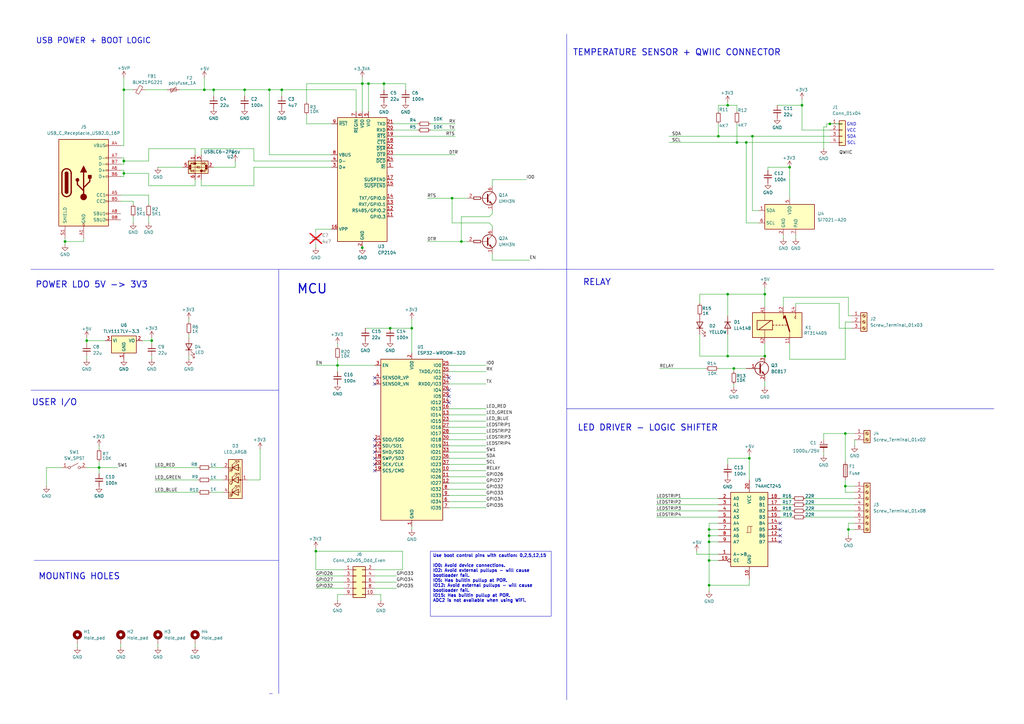
<source format=kicad_sch>
(kicad_sch (version 20231120) (generator "eeschema") (generator_version "8.0")
  (paper "A3")
  (title_block (title "ESP32-DEV") (date "2024-12-24") (rev "1.0") (company "LR Robotics") (comment 1 "Lalith_RJ"))
  (junction (at 87.63 36.83))
  (junction (at 300.99 151.13))
  (junction (at 100.33 36.83))
  (junction (at 313.69 146.05))
  (junction (at 185.42 81.28))
  (junction (at 307.34 187.96))
  (junction (at 340.36 50.8))
  (junction (at 346.71 177.8))
  (junction (at 40.64 191.77))
  (junction (at 298.45 146.05))
  (junction (at 151.13 34.29))
  (junction (at 157.48 34.29))
  (junction (at 160.02 134.62))
  (junction (at 62.23 139.7))
  (junction (at 290.83 219.71))
  (junction (at 298.45 43.18))
  (junction (at 290.83 229.87))
  (junction (at 50.8 66.04))
  (junction (at 189.23 99.06))
  (junction (at 83.82 36.83))
  (junction (at 50.8 71.12))
  (junction (at 290.83 222.25))
  (junction (at 313.69 120.65))
  (junction (at 35.56 139.7))
  (junction (at 129.54 226.06))
  (junction (at 148.59 34.29))
  (junction (at 306.07 58.42))
  (junction (at 302.26 58.42))
  (junction (at 138.43 149.86))
  (junction (at 346.71 199.39))
  (junction (at 168.91 134.62))
  (junction (at 148.59 101.6))
  (junction (at 308.61 55.88))
  (junction (at 298.45 120.65))
  (junction (at 115.57 36.83))
  (junction (at 294.64 55.88))
  (junction (at 50.8 36.83))
  (junction (at 347.98 217.17))
  (junction (at 323.85 68.58))
  (junction (at 26.67 99.06))
  (junction (at 110.49 36.83))
  (junction (at 328.93 43.18))
  (junction (at 290.83 240.03))
  (junction (at 290.83 217.17))
  (no_connect (at 153.67 187.96))
  (no_connect (at 320.04 222.25))
  (no_connect (at 320.04 214.63))
  (no_connect (at 184.15 154.94))
  (no_connect (at 153.67 154.94))
  (no_connect (at 153.67 190.5))
  (no_connect (at 184.15 165.1))
  (no_connect (at 320.04 219.71))
  (no_connect (at 184.15 162.56))
  (no_connect (at 153.67 157.48))
  (no_connect (at 320.04 217.17))
  (no_connect (at 153.67 185.42))
  (no_connect (at 184.15 160.02))
  (no_connect (at 153.67 180.34))
  (no_connect (at 153.67 193.04))
  (no_connect (at 153.67 182.88))
  (wire (pts (xy 298.45 190.5) (xy 298.45 187.96)))
  (wire (pts (xy 86.36 201.93) (xy 91.44 201.93)))
  (wire (pts (xy 290.83 219.71) (xy 294.64 219.71)))
  (wire (pts (xy 347.98 214.63) (xy 347.98 217.17)))
  (wire (pts (xy 313.69 120.65) (xy 313.69 125.73)))
  (wire (pts (xy 35.56 191.77) (xy 40.64 191.77)))
  (wire (pts (xy 184.15 193.04) (xy 199.39 193.04)))
  (wire (pts (xy 87.63 36.83) (xy 100.33 36.83)))
  (wire (pts (xy 19.05 191.77) (xy 25.4 191.77)))
  (wire (pts (xy 49.53 64.77) (xy 50.8 64.77)))
  (wire (pts (xy 189.23 88.9) (xy 200.66 88.9)))
  (wire (pts (xy 54.61 88.9) (xy 54.61 91.44)))
  (wire (pts (xy 160.02 134.62) (xy 168.91 134.62)))
  (wire (pts (xy 290.83 214.63) (xy 290.83 217.17)))
  (wire (pts (xy 294.64 55.88) (xy 308.61 55.88)))
  (wire (pts (xy 86.36 191.77) (xy 91.44 191.77)))
  (wire (pts (xy 298.45 137.16) (xy 298.45 146.05)))
  (wire (pts (xy 344.17 124.46) (xy 344.17 134.62)))
  (wire (pts (xy 314.96 68.58) (xy 323.85 68.58)))
  (wire (pts (xy 306.07 58.42) (xy 340.36 58.42)))
  (wire (pts (xy 321.31 125.73) (xy 321.31 121.92)))
  (wire (pts (xy 326.39 97.79) (xy 326.39 96.52)))
  (wire (pts (xy 50.8 59.69) (xy 49.53 59.69)))
  (wire (pts (xy 129.54 238.76) (xy 140.97 238.76)))
  (wire (pts (xy 184.15 190.5) (xy 199.39 190.5)))
  (wire (pts (xy 290.83 222.25) (xy 294.64 222.25)))
  (wire (pts (xy 298.45 43.18) (xy 302.26 43.18)))
  (wire (pts (xy 59.69 36.83) (xy 68.58 36.83)))
  (wire (pts (xy 330.2 212.09) (xy 350.52 212.09)))
  (wire (pts (xy 35.56 139.7) (xy 43.18 139.7)))
  (wire (pts (xy 77.47 138.43) (xy 77.47 137.16)))
  (wire (pts (xy 346.71 199.39) (xy 350.52 199.39)))
  (wire (pts (xy 82.55 73.66) (xy 82.55 76.2)))
  (polyline (pts (xy 222.25 110.49) (xy 407.67 110.49)))
  (polyline (pts (xy 232.41 167.64) (xy 407.67 167.64)))
  (wire (pts (xy 153.67 236.22) (xy 162.56 236.22)))
  (wire (pts (xy 175.26 99.06) (xy 189.23 99.06)))
  (wire (pts (xy 201.93 73.66) (xy 215.9 73.66)))
  (wire (pts (xy 307.34 187.96) (xy 307.34 196.85)))
  (wire (pts (xy 129.54 226.06) (xy 165.1 226.06)))
  (wire (pts (xy 49.53 80.01) (xy 60.96 80.01)))
  (wire (pts (xy 80.01 76.2) (xy 60.96 76.2)))
  (wire (pts (xy 63.5 201.93) (xy 81.28 201.93)))
  (wire (pts (xy 54.61 82.55) (xy 54.61 83.82)))
  (wire (pts (xy 49.53 69.85) (xy 50.8 69.85)))
  (wire (pts (xy 146.05 36.83) (xy 146.05 45.72)))
  (wire (pts (xy 149.86 134.62) (xy 160.02 134.62)))
  (wire (pts (xy 138.43 149.86) (xy 153.67 149.86)))
  (wire (pts (xy 63.5 196.85) (xy 81.28 196.85)))
  (wire (pts (xy 184.15 152.4) (xy 199.39 152.4)))
  (wire (pts (xy 347.98 129.54) (xy 349.25 129.54)))
  (wire (pts (xy 184.15 177.8) (xy 199.39 177.8)))
  (wire (pts (xy 129.54 101.6) (xy 129.54 100.33)))
  (wire (pts (xy 110.49 36.83) (xy 115.57 36.83)))
  (wire (pts (xy 82.55 60.96) (xy 104.14 60.96)))
  (wire (pts (xy 110.49 63.5) (xy 135.89 63.5)))
  (wire (pts (xy 153.67 233.68) (xy 165.1 233.68)))
  (wire (pts (xy 274.32 55.88) (xy 294.64 55.88)))
  (wire (pts (xy 80.01 265.43) (xy 80.01 264.16)))
  (wire (pts (xy 49.53 67.31) (xy 50.8 67.31)))
  (wire (pts (xy 320.04 204.47) (xy 325.12 204.47)))
  (wire (pts (xy 199.39 167.64) (xy 184.15 167.64)))
  (wire (pts (xy 302.26 50.8) (xy 302.26 58.42)))
  (wire (pts (xy 161.29 63.5) (xy 186.69 63.5)))
  (wire (pts (xy 64.77 265.43) (xy 64.77 264.16)))
  (wire (pts (xy 35.56 147.32) (xy 35.56 146.05)))
  (wire (pts (xy 308.61 55.88) (xy 308.61 86.36)))
  (wire (pts (xy 184.15 200.66) (xy 199.39 200.66)))
  (wire (pts (xy 330.2 207.01) (xy 350.52 207.01)))
  (wire (pts (xy 151.13 34.29) (xy 157.48 34.29)))
  (wire (pts (xy 269.24 212.09) (xy 294.64 212.09)))
  (wire (pts (xy 62.23 140.97) (xy 62.23 139.7)))
  (wire (pts (xy 184.15 175.26) (xy 199.39 175.26)))
  (polyline (pts (xy 13.97 229.87) (xy 114.3 229.87)))
  (wire (pts (xy 320.04 209.55) (xy 325.12 209.55)))
  (wire (pts (xy 294.64 43.18) (xy 298.45 43.18)))
  (wire (pts (xy 184.15 187.96) (xy 199.39 187.96)))
  (wire (pts (xy 314.96 69.85) (xy 314.96 68.58)))
  (wire (pts (xy 201.93 92.71) (xy 200.66 91.44)))
  (wire (pts (xy 201.93 86.36) (xy 201.93 87.63)))
  (wire (pts (xy 138.43 246.38) (xy 138.43 243.84)))
  (wire (pts (xy 287.02 120.65) (xy 298.45 120.65)))
  (wire (pts (xy 58.42 139.7) (xy 62.23 139.7)))
  (wire (pts (xy 104.14 66.04) (xy 135.89 66.04)))
  (wire (pts (xy 50.8 66.04) (xy 60.96 66.04)))
  (wire (pts (xy 290.83 222.25) (xy 290.83 229.87)))
  (wire (pts (xy 328.93 40.64) (xy 328.93 43.18)))
  (wire (pts (xy 269.24 207.01) (xy 294.64 207.01)))
  (wire (pts (xy 346.71 132.08) (xy 349.25 132.08)))
  (wire (pts (xy 161.29 50.8) (xy 171.45 50.8)))
  (wire (pts (xy 313.69 158.75) (xy 313.69 156.21)))
  (wire (pts (xy 269.24 204.47) (xy 294.64 204.47)))
  (polyline (pts (xy 232.41 13.97) (xy 232.41 287.02)))
  (wire (pts (xy 40.64 191.77) (xy 40.64 194.31)))
  (wire (pts (xy 270.51 151.13) (xy 289.56 151.13)))
  (wire (pts (xy 298.45 120.65) (xy 313.69 120.65)))
  (wire (pts (xy 285.75 226.06) (xy 285.75 227.33)))
  (wire (pts (xy 337.82 52.07) (xy 337.82 60.96)))
  (wire (pts (xy 347.98 121.92) (xy 347.98 129.54)))
  (wire (pts (xy 287.02 146.05) (xy 298.45 146.05)))
  (wire (pts (xy 138.43 147.32) (xy 138.43 149.86)))
  (wire (pts (xy 184.15 182.88) (xy 199.39 182.88)))
  (wire (pts (xy 290.83 217.17) (xy 290.83 219.71)))
  (polyline (pts (xy 114.3 110.49) (xy 114.3 160.02)))
  (wire (pts (xy 60.96 60.96) (xy 60.96 66.04)))
  (wire (pts (xy 26.67 99.06) (xy 26.67 100.33)))
  (wire (pts (xy 185.42 81.28) (xy 185.42 91.44)))
  (wire (pts (xy 184.15 185.42) (xy 199.39 185.42)))
  (wire (pts (xy 153.67 241.3) (xy 162.56 241.3)))
  (wire (pts (xy 86.36 196.85) (xy 91.44 196.85)))
  (wire (pts (xy 60.96 76.2) (xy 60.96 71.12)))
  (wire (pts (xy 298.45 129.54) (xy 298.45 120.65)))
  (wire (pts (xy 83.82 36.83) (xy 87.63 36.83)))
  (wire (pts (xy 346.71 196.85) (xy 346.71 199.39)))
  (wire (pts (xy 346.71 201.93) (xy 346.71 199.39)))
  (wire (pts (xy 339.09 50.8) (xy 340.36 50.8)))
  (wire (pts (xy 326.39 125.73) (xy 326.39 124.46)))
  (polyline (pts (xy 12.7 160.02) (xy 114.3 160.02)))
  (wire (pts (xy 311.15 91.44) (xy 306.07 91.44)))
  (wire (pts (xy 49.53 72.39) (xy 50.8 72.39)))
  (wire (pts (xy 151.13 34.29) (xy 151.13 45.72)))
  (wire (pts (xy 176.53 53.34) (xy 186.69 53.34)))
  (wire (pts (xy 337.82 180.34) (xy 337.82 177.8)))
  (wire (pts (xy 290.83 240.03) (xy 307.34 240.03)))
  (wire (pts (xy 337.82 186.69) (xy 337.82 185.42)))
  (wire (pts (xy 184.15 180.34) (xy 199.39 180.34)))
  (wire (pts (xy 165.1 233.68) (xy 165.1 226.06)))
  (wire (pts (xy 104.14 76.2) (xy 104.14 68.58)))
  (wire (pts (xy 320.04 207.01) (xy 325.12 207.01)))
  (wire (pts (xy 339.09 52.07) (xy 339.09 50.8)))
  (wire (pts (xy 326.39 124.46) (xy 344.17 124.46)))
  (wire (pts (xy 185.42 81.28) (xy 191.77 81.28)))
  (wire (pts (xy 294.64 229.87) (xy 290.83 229.87)))
  (wire (pts (xy 347.98 217.17) (xy 350.52 217.17)))
  (wire (pts (xy 82.55 76.2) (xy 104.14 76.2)))
  (wire (pts (xy 49.53 82.55) (xy 54.61 82.55)))
  (wire (pts (xy 64.77 68.58) (xy 74.93 68.58)))
  (wire (pts (xy 184.15 157.48) (xy 199.39 157.48)))
  (wire (pts (xy 50.8 66.04) (xy 50.8 67.31)))
  (wire (pts (xy 96.52 66.04) (xy 96.52 68.58)))
  (wire (pts (xy 346.71 177.8) (xy 346.71 189.23)))
  (wire (pts (xy 83.82 31.75) (xy 83.82 36.83)))
  (wire (pts (xy 87.63 36.83) (xy 87.63 39.37)))
  (wire (pts (xy 35.56 138.43) (xy 35.56 139.7)))
  (wire (pts (xy 300.99 151.13) (xy 306.07 151.13)))
  (wire (pts (xy 311.15 86.36) (xy 308.61 86.36)))
  (wire (pts (xy 184.15 149.86) (xy 199.39 149.86)))
  (wire (pts (xy 104.14 66.04) (xy 104.14 60.96)))
  (wire (pts (xy 106.68 184.15) (xy 106.68 196.85)))
  (wire (pts (xy 138.43 243.84) (xy 140.97 243.84)))
  (wire (pts (xy 104.14 68.58) (xy 135.89 68.58)))
  (wire (pts (xy 73.66 36.83) (xy 83.82 36.83)))
  (wire (pts (xy 339.09 52.07) (xy 337.82 52.07)))
  (wire (pts (xy 129.54 226.06) (xy 129.54 224.79)))
  (wire (pts (xy 138.43 149.86) (xy 138.43 152.4)))
  (wire (pts (xy 60.96 88.9) (xy 60.96 91.44)))
  (wire (pts (xy 184.15 172.72) (xy 199.39 172.72)))
  (wire (pts (xy 290.83 240.03) (xy 290.83 242.57)))
  (wire (pts (xy 330.2 204.47) (xy 350.52 204.47)))
  (wire (pts (xy 189.23 99.06) (xy 191.77 99.06)))
  (wire (pts (xy 294.64 151.13) (xy 300.99 151.13)))
  (wire (pts (xy 185.42 91.44) (xy 200.66 91.44)))
  (wire (pts (xy 40.64 191.77) (xy 48.26 191.77)))
  (wire (pts (xy 31.75 265.43) (xy 31.75 264.16)))
  (wire (pts (xy 148.59 100.33) (xy 148.59 101.6)))
  (wire (pts (xy 148.59 34.29) (xy 151.13 34.29)))
  (wire (pts (xy 101.6 196.85) (xy 106.68 196.85)))
  (wire (pts (xy 129.54 95.25) (xy 129.54 93.98)))
  (wire (pts (xy 129.54 233.68) (xy 129.54 226.06)))
  (wire (pts (xy 168.91 217.17) (xy 168.91 215.9)))
  (wire (pts (xy 201.93 93.98) (xy 201.93 92.71)))
  (wire (pts (xy 49.53 265.43) (xy 49.53 264.16)))
  (wire (pts (xy 340.36 53.34) (xy 328.93 53.34)))
  (wire (pts (xy 298.45 41.91) (xy 298.45 43.18)))
  (wire (pts (xy 345.44 50.8) (xy 340.36 50.8)))
  (wire (pts (xy 306.07 58.42) (xy 306.07 91.44)))
  (wire (pts (xy 40.64 191.77) (xy 40.64 189.23)))
  (wire (pts (xy 35.56 140.97) (xy 35.56 139.7)))
  (wire (pts (xy 313.69 118.11) (xy 313.69 120.65)))
  (wire (pts (xy 302.26 43.18) (xy 302.26 45.72)))
  (wire (pts (xy 82.55 63.5) (xy 82.55 60.96)))
  (wire (pts (xy 307.34 186.69) (xy 307.34 187.96)))
  (wire (pts (xy 40.64 182.88) (xy 40.64 184.15)))
  (wire (pts (xy 129.54 236.22) (xy 140.97 236.22)))
  (wire (pts (xy 60.96 80.01) (xy 60.96 83.82)))
  (wire (pts (xy 19.05 191.77) (xy 19.05 199.39)))
  (wire (pts (xy 161.29 55.88) (xy 186.69 55.88)))
  (wire (pts (xy 274.32 58.42) (xy 302.26 58.42)))
  (wire (pts (xy 62.23 138.43) (xy 62.23 139.7)))
  (wire (pts (xy 63.5 191.77) (xy 81.28 191.77)))
  (wire (pts (xy 290.83 219.71) (xy 290.83 222.25)))
  (wire (pts (xy 337.82 177.8) (xy 346.71 177.8)))
  (wire (pts (xy 294.64 214.63) (xy 290.83 214.63)))
  (wire (pts (xy 138.43 140.97) (xy 138.43 142.24)))
  (wire (pts (xy 294.64 43.18) (xy 294.64 45.72)))
  (wire (pts (xy 77.47 132.08) (xy 77.47 130.81)))
  (wire (pts (xy 166.37 34.29) (xy 166.37 36.83)))
  (wire (pts (xy 307.34 237.49) (xy 307.34 240.03)))
  (wire (pts (xy 287.02 137.16) (xy 287.02 146.05)))
  (wire (pts (xy 34.29 99.06) (xy 26.67 99.06)))
  (wire (pts (xy 176.53 50.8) (xy 186.69 50.8)))
  (wire (pts (xy 308.61 55.88) (xy 340.36 55.88)))
  (wire (pts (xy 140.97 233.68) (xy 129.54 233.68)))
  (wire (pts (xy 77.47 147.32) (xy 77.47 146.05)))
  (wire (pts (xy 34.29 97.79) (xy 34.29 99.06)))
  (wire (pts (xy 148.59 34.29) (xy 148.59 45.72)))
  (wire (pts (xy 129.54 149.86) (xy 138.43 149.86)))
  (wire (pts (xy 323.85 140.97) (xy 323.85 147.32)))
  (wire (pts (xy 125.73 46.99) (xy 125.73 50.8)))
  (wire (pts (xy 294.64 50.8) (xy 294.64 55.88)))
  (wire (pts (xy 269.24 209.55) (xy 294.64 209.55)))
  (wire (pts (xy 290.83 217.17) (xy 294.64 217.17)))
  (wire (pts (xy 125.73 50.8) (xy 135.89 50.8)))
  (wire (pts (xy 153.67 238.76) (xy 162.56 238.76)))
  (wire (pts (xy 184.15 170.18) (xy 199.39 170.18)))
  (wire (pts (xy 184.15 198.12) (xy 199.39 198.12)))
  (wire (pts (xy 161.29 53.34) (xy 171.45 53.34)))
  (wire (pts (xy 50.8 71.12) (xy 60.96 71.12)))
  (wire (pts (xy 168.91 134.62) (xy 168.91 144.78)))
  (wire (pts (xy 129.54 241.3) (xy 140.97 241.3)))
  (wire (pts (xy 350.52 201.93) (xy 346.71 201.93)))
  (wire (pts (xy 110.49 36.83) (xy 110.49 63.5)))
  (wire (pts (xy 184.15 203.2) (xy 199.39 203.2)))
  (wire (pts (xy 87.63 68.58) (xy 96.52 68.58)))
  (wire (pts (xy 323.85 147.32) (xy 346.71 147.32)))
  (wire (pts (xy 168.91 130.81) (xy 168.91 134.62)))
  (wire (pts (xy 184.15 208.28) (xy 199.39 208.28)))
  (wire (pts (xy 298.45 187.96) (xy 307.34 187.96)))
  (wire (pts (xy 80.01 73.66) (xy 80.01 76.2)))
  (wire (pts (xy 290.83 229.87) (xy 290.83 240.03)))
  (wire (pts (xy 300.99 158.75) (xy 300.99 157.48)))
  (wire (pts (xy 157.48 34.29) (xy 166.37 34.29)))
  (wire (pts (xy 50.8 71.12) (xy 50.8 72.39)))
  (wire (pts (xy 328.93 43.18) (xy 328.93 53.34)))
  (polyline (pts (xy 12.7 110.49) (xy 222.25 110.49)))
  (wire (pts (xy 80.01 60.96) (xy 60.96 60.96)))
  (wire (pts (xy 184.15 205.74) (xy 199.39 205.74)))
  (wire (pts (xy 318.77 43.18) (xy 328.93 43.18)))
  (wire (pts (xy 50.8 69.85) (xy 50.8 71.12)))
  (wire (pts (xy 50.8 36.83) (xy 54.61 36.83)))
  (wire (pts (xy 347.98 217.17) (xy 347.98 219.71)))
  (wire (pts (xy 321.31 97.79) (xy 321.31 96.52)))
  (wire (pts (xy 115.57 36.83) (xy 146.05 36.83)))
  (wire (pts (xy 320.04 212.09) (xy 325.12 212.09)))
  (wire (pts (xy 346.71 147.32) (xy 346.71 132.08)))
  (wire (pts (xy 344.17 134.62) (xy 349.25 134.62)))
  (wire (pts (xy 201.93 106.68) (xy 217.17 106.68)))
  (wire (pts (xy 189.23 88.9) (xy 189.23 99.06)))
  (polyline (pts (xy 110.49 284.48) (xy 111.76 284.48)))
  (wire (pts (xy 350.52 180.34) (xy 350.52 182.88)))
  (wire (pts (xy 321.31 121.92) (xy 347.98 121.92)))
  (wire (pts (xy 300.99 151.13) (xy 300.99 152.4)))
  (wire (pts (xy 50.8 36.83) (xy 50.8 59.69)))
  (wire (pts (xy 50.8 64.77) (xy 50.8 66.04)))
  (wire (pts (xy 125.73 34.29) (xy 148.59 34.29)))
  (wire (pts (xy 184.15 195.58) (xy 199.39 195.58)))
  (wire (pts (xy 298.45 146.05) (xy 313.69 146.05)))
  (wire (pts (xy 100.33 36.83) (xy 100.33 39.37)))
  (wire (pts (xy 201.93 104.14) (xy 201.93 106.68)))
  (polyline (pts (xy 114.3 160.02) (xy 114.3 229.87)))
  (wire (pts (xy 350.52 177.8) (xy 346.71 177.8)))
  (wire (pts (xy 50.8 31.75) (xy 50.8 36.83)))
  (wire (pts (xy 26.67 97.79) (xy 26.67 99.06)))
  (wire (pts (xy 62.23 147.32) (xy 62.23 146.05)))
  (wire (pts (xy 100.33 36.83) (xy 110.49 36.83)))
  (wire (pts (xy 313.69 140.97) (xy 313.69 146.05)))
  (wire (pts (xy 125.73 41.91) (xy 125.73 34.29)))
  (wire (pts (xy 156.21 243.84) (xy 156.21 246.38)))
  (wire (pts (xy 148.59 31.75) (xy 148.59 34.29)))
  (polyline (pts (xy 114.3 229.87) (xy 114.3 284.48)))
  (wire (pts (xy 80.01 60.96) (xy 80.01 63.5)))
  (wire (pts (xy 175.26 81.28) (xy 185.42 81.28)))
  (wire (pts (xy 129.54 93.98) (xy 135.89 93.98)))
  (wire (pts (xy 115.57 36.83) (xy 115.57 39.37)))
  (wire (pts (xy 153.67 243.84) (xy 156.21 243.84)))
  (wire (pts (xy 323.85 68.58) (xy 323.85 81.28)))
  (wire (pts (xy 201.93 87.63) (xy 200.66 88.9)))
  (wire (pts (xy 302.26 58.42) (xy 306.07 58.42)))
  (wire (pts (xy 285.75 227.33) (xy 294.64 227.33)))
  (wire (pts (xy 350.52 214.63) (xy 347.98 214.63)))
  (wire (pts (xy 201.93 76.2) (xy 201.93 73.66)))
  (wire (pts (xy 330.2 209.55) (xy 350.52 209.55)))
  (wire (pts (xy 157.48 34.29) (xy 157.48 36.83)))
  (wire (pts (xy 287.02 124.46) (xy 287.02 120.65)))
  (text_box "Use boot control pins with caution: 0,2,5,12,15\n\nIO0: Avoid device connections.\nIO2: Avoid external pullups - will cause bootloader fail.\nIO5: Has builtin pullup at POR.\nIO12: Avoid external pullups - will cause bootloader fail.\nIO15: Has builtin pullup at POR.\nADC2 is not available when using WiFi.\n" (at 176.53 226.06 0) (size 49.53 26.67) (effects (font (size 1.27 1.27) (thickness 0.254) (bold yes)) (justify left top)))
  (text "USER I/O" (at 22.352 165.1 0) (effects (font (size 2.54 2.54) (thickness 0.3175))))
  (text "RELAY\n" (at 244.856 115.824 0) (effects (font (size 2.54 2.54) (thickness 0.3175))))
  (text "MOUNTING HOLES\n" (at 32.512 236.474 0) (effects (font (size 2.54 2.54) (thickness 0.3175))))
  (text "MCU\n" (at 128.016 118.618 0) (effects (font (size 3.81 3.81) (thickness 0.4763))))
  (text "LED DRIVER - LOGIC SHIFTER" (at 265.684 175.514 0) (effects (font (size 2.54 2.54) (thickness 0.3175))))
  (text "SDA" (at 349.25 56.134 0) (effects (font (size 1.27 1.27))))
  (text "TEMPERATURE SENSOR + QWIIC CONNECTOR\n" (at 277.622 21.59 0) (effects (font (size 2.54 2.54) (thickness 0.3175))))
  (text "VCC" (at 349.25 53.594 0) (effects (font (size 1.27 1.27))))
  (text "SCL" (at 349.25 58.674 0) (effects (font (size 1.27 1.27))))
  (text "USB POWER + BOOT LOGIC" (at 38.354 16.764 0) (effects (font (size 2.286 2.286) (thickness 0.2858))))
  (text "POWER LDO 5V -> 3V3" (at 37.592 116.84 0) (effects (font (size 2.54 2.54) (thickness 0.3175))))
  (text "GND" (at 349.25 51.054 0) (effects (font (size 1.27 1.27))))
  (label "GPIO33" (at 162.56 236.22 0))
  (label "EN" (at 217.17 106.68 0))
  (label "SW1" (at 48.26 191.77 0))
  (label "RELAY" (at 199.39 193.04 0))
  (label "GPIO35" (at 162.56 241.3 0))
  (label "GPIO32" (at 129.54 241.3 0))
  (label "LED_BLUE" (at 199.39 172.72 0))
  (label "SW1" (at 199.39 185.42 0))
  (label "GPIO27" (at 129.54 238.76 0))
  (label "RTS" (at 175.26 81.28 0))
  (label "LED_GREEN" (at 199.39 170.18 0))
  (label "IO0" (at 199.39 149.86 0))
  (label "LEDSTRIP4" (at 199.39 182.88 0))
  (label "SDA" (at 199.39 187.96 0))
  (label "DTR" (at 184.15 63.5 0))
  (label "TX" (at 199.39 157.48 0))
  (label "LED_GREEN" (at 63.5 196.85 0))
  (label "EN" (at 129.54 149.86 0))
  (label "LEDSTRIP3" (at 199.39 180.34 0))
  (label "RELAY" (at 270.51 151.13 0))
  (label "RX" (at 184.15 50.8 0))
  (label "DTR" (at 175.26 99.06 0))
  (label "RTS" (at 182.88 55.88 0))
  (label "LED_RED" (at 199.39 167.64 0))
  (label "GPIO26" (at 199.39 195.58 0))
  (label "GPIO34" (at 199.39 205.74 0))
  (label "LEDSTRIP1" (at 269.24 204.47 0))
  (label "GPIO34" (at 162.56 238.76 0))
  (label "TX" (at 184.15 53.34 0))
  (label "LEDSTRIP3" (at 269.24 209.55 0))
  (label "LEDSTRIP2" (at 199.39 177.8 0))
  (label "LEDSTRIP1" (at 199.39 175.26 0))
  (label "LEDSTRIP2" (at 269.24 207.01 0))
  (label "GPIO35" (at 199.39 208.28 0))
  (label "GPIO26" (at 129.54 236.22 0))
  (label "IO0" (at 215.9 73.66 0))
  (label "QWIIC" (at 344.17 63.5 0))
  (label "SCL" (at 275.59 58.42 0))
  (label "GPIO27" (at 199.39 198.12 0))
  (label "GPIO33" (at 199.39 203.2 0))
  (label "RX" (at 199.39 152.4 0))
  (label "LEDSTRIP4" (at 269.24 212.09 0))
  (label "SCL" (at 199.39 190.5 0))
  (label "LED_BLUE" (at 63.5 201.93 0))
  (label "LED_RED" (at 63.5 191.77 0))
  (label "GPIO32" (at 199.39 200.66 0))
  (label "SDA" (at 275.59 55.88 0))
  (symbol (lib_id "Device:C_Small") (at 166.37 39.37 0) (unit 1)
    (property "Reference" "C6" (at 168.91 38.1062 0) (effects (justify left)))
    (property "Value" "100n" (at 168.91 40.6462 0) (effects (justify left)))
    (property "Footprint" "Capacitor_SMD:C_0402_1005Metric_Pad0.74x0.62mm_HandSolder" (effects (hide yes)))
    (property "Description" "Unpolarized capacitor, small symbol" (effects (hide yes)))
  )
  (symbol (lib_id "Device:FerriteBead_Small") (at 57.15 36.83 90) (unit 1)
    (property "Reference" "FB1" (at 64.262 31.242 90) (effects (justify left)))
    (property "Value" "BLM21PG221" (at 66.802 33.782 90) (effects (justify left)))
    (property "Footprint" "Inductor_SMD:L_0603_1608Metric_Pad1.05x0.95mm_HandSolder" (effects (hide yes)))
    (property "Description" "Ferrite bead, small symbol" (effects (hide yes)))
  )
  (symbol (lib_id "Device:R_Small") (at 294.64 48.26 0) (unit 1)
    (property "Reference" "R11" (at 294.894 44.958 0) (effects (justify left)))
    (property "Value" "4K7" (at 294.894 51.562 0) (effects (justify left)))
    (property "Footprint" "Resistor_SMD:R_0402_1005Metric_Pad0.72x0.64mm_HandSolder" (effects (hide yes)))
    (property "Description" "Resistor, small symbol" (effects (hide yes)))
  )
  (symbol (lib_id "power:GND") (at 115.57 44.45 0) (unit 1)
    (property "Reference" "#PWR010" (effects (hide yes)))
    (property "Value" "GND" (at 115.57 48.514 0))
    (property "Description" "Power symbol creates a global label with name \"GND\" , ground" (effects (hide yes)))
  )
  (symbol (lib_id "Device:R_Small") (at 327.66 204.47 270) (unit 1)
    (property "Reference" "R16" (at 320.802 203.454 90) (effects (justify left)))
    (property "Value" "22R" (at 330.2 203.454 90) (effects (justify left)))
    (property "Footprint" "Resistor_SMD:R_0402_1005Metric_Pad0.72x0.64mm_HandSolder" (effects (hide yes)))
    (property "Description" "Resistor, small symbol" (effects (hide yes)))
  )
  (symbol (lib_id "power:GND") (at 40.64 199.39 0) (unit 1)
    (property "Reference" "#PWR024" (effects (hide yes)))
    (property "Value" "GND" (at 40.64 203.454 0))
    (property "Description" "Power symbol creates a global label with name \"GND\" , ground" (effects (hide yes)))
  )
  (symbol (lib_id "Mechanical:MountingHole_Pad") (at 49.53 261.62 0) (unit 1) (exclude_from_sim yes) (in_bom no)
    (property "Reference" "H2" (at 52.07 259.0799 0) (effects (justify left)))
    (property "Value" "Hole_pad" (at 52.07 261.6199 0) (effects (justify left)))
    (property "Footprint" "MountingHole:MountingHole_3.2mm_M3_Pad_Via" (effects (hide yes)))
    (property "Description" "Mounting Hole with connection" (effects (hide yes)))
  )
  (symbol (lib_id "Device:C_Small") (at 115.57 41.91 0) (unit 1)
    (property "Reference" "C3" (at 118.11 40.6462 0) (effects (justify left)))
    (property "Value" "4u7" (at 118.11 43.1862 0) (effects (justify left)))
    (property "Footprint" "Capacitor_SMD:C_0805_2012Metric_Pad1.18x1.45mm_HandSolder" (effects (hide yes)))
    (property "Description" "Unpolarized capacitor, small symbol" (effects (hide yes)))
  )
  (symbol (lib_id "power:+3V3") (at 323.85 68.58 0) (unit 1)
    (property "Reference" "#PWR034" (effects (hide yes)))
    (property "Value" "+3V3" (at 323.596 64.77 0))
    (property "Description" "Power symbol creates a global label with name \"+3V3\"" (effects (hide yes)))
  )
  (symbol (lib_id "power:GND") (at 157.48 41.91 0) (unit 1)
    (property "Reference" "#PWR011" (effects (hide yes)))
    (property "Value" "GND" (at 157.48 45.974 0))
    (property "Description" "Power symbol creates a global label with name \"GND\" , ground" (effects (hide yes)))
  )
  (symbol (lib_id "Relay:RT314A05") (at 318.77 133.35 0) (unit 1)
    (property "Reference" "K1" (at 330.2 134.366 0) (effects (justify left)))
    (property "Value" "RT314A05" (at 329.692 136.652 0) (effects (justify left)))
    (property "Footprint" "Relay_THT:Relay_SPDT_Schrack-RT1-16A-FormC_RM5mm" (effects (hide yes)))
    (property "Datasheet" "https://www.te.com/commerce/DocumentDelivery/DDEController?Action=srchrtrv&DocNm=RT1_bistable&DocType=DS&DocLang=English" (effects (hide yes)))
    (property "Description" "Schrack RT1 relay, bistable single pole dual throw, single DC coil, 5V" (effects (hide yes)))
  )
  (symbol (lib_id "Device:Fuse") (at 346.71 193.04 0) (unit 1)
    (property "Reference" "F1" (at 348.234 191.262 0) (effects (justify left)))
    (property "Value" "Fuse" (at 348.234 194.056 0) (effects (justify left)))
    (property "Footprint" "Fuse:Fuseholder_Cylinder-5x20mm_Wuerth_696103101002-SMD_Horizontal_Open" (effects (hide yes)))
    (property "Description" "Fuse" (effects (hide yes)))
  )
  (symbol (lib_id "power:+5VP") (at 50.8 31.75 0) (unit 1)
    (property "Reference" "#PWR04" (effects (hide yes)))
    (property "Value" "+5VP" (at 50.8 27.94 0))
    (property "Description" "Power symbol creates a global label with name \"+5VP\"" (effects (hide yes)))
  )
  (symbol (lib_id "Device:R_Small") (at 292.1 151.13 90) (unit 1)
    (property "Reference" "R14" (at 293.878 149.098 90) (effects (justify left)))
    (property "Value" "10K" (at 294.132 153.162 90) (effects (justify left)))
    (property "Footprint" "Resistor_SMD:R_0402_1005Metric_Pad0.72x0.64mm_HandSolder" (effects (hide yes)))
    (property "Description" "Resistor, small symbol" (effects (hide yes)))
  )
  (symbol (lib_id "Device:R_Small") (at 138.43 144.78 0) (unit 1)
    (property "Reference" "R20" (at 139.7 144.272 0) (effects (justify left)))
    (property "Value" "10K" (at 139.7 146.05 0) (effects (justify left)))
    (property "Footprint" "Resistor_SMD:R_0402_1005Metric_Pad0.72x0.64mm_HandSolder" (effects (hide yes)))
    (property "Description" "Resistor, small symbol" (effects (hide yes)))
  )
  (symbol (lib_id "Device:C_Small") (at 35.56 143.51 0) (unit 1)
    (property "Reference" "C8" (at 38.1 142.2462 0) (effects (justify left)))
    (property "Value" "22u" (at 38.1 144.7862 0) (effects (justify left)))
    (property "Footprint" "Capacitor_SMD:C_0805_2012Metric_Pad1.18x1.45mm_HandSolder" (effects (hide yes)))
    (property "Description" "Unpolarized capacitor, small symbol" (effects (hide yes)))
  )
  (symbol (lib_id "power:GND") (at 318.77 48.26 0) (unit 1)
    (property "Reference" "#PWR031" (effects (hide yes)))
    (property "Value" "GND" (at 318.77 52.324 0))
    (property "Description" "Power symbol creates a global label with name \"GND\" , ground" (effects (hide yes)))
  )
  (symbol (lib_id "power:GND") (at 148.59 101.6 0) (unit 1)
    (property "Reference" "#PWR015" (effects (hide yes)))
    (property "Value" "GND" (at 148.59 105.664 0))
    (property "Description" "Power symbol creates a global label with name \"GND\" , ground" (effects (hide yes)))
  )
  (symbol (lib_id "power:GND") (at 149.86 139.7 0) (unit 1)
    (property "Reference" "#PWR051" (effects (hide yes)))
    (property "Value" "GND" (at 149.86 143.764 0))
    (property "Description" "Power symbol creates a global label with name \"GND\" , ground" (effects (hide yes)))
  )
  (symbol (lib_id "74xx:74HC245") (at 307.34 217.17 0) (unit 1)
    (property "Reference" "U5" (at 309.5341 196.85 0) (effects (justify left)))
    (property "Value" "74AHCT245" (at 309.5341 199.39 0) (effects (justify left)))
    (property "Footprint" "Package_DIP:DIP-20_W7.62mm" (effects (hide yes)))
    (property "Datasheet" "http://www.ti.com/lit/gpn/sn74HC245" (effects (hide yes)))
    (property "Description" "Octal BUS Transceivers, 3-State outputs" (effects (hide yes)))
  )
  (symbol (lib_id "Device:C_Small") (at 318.77 45.72 0) (unit 1)
    (property "Reference" "C11" (at 321.31 44.4562 0) (effects (justify left)))
    (property "Value" "22u" (at 321.31 46.9962 0) (effects (justify left)))
    (property "Footprint" "Capacitor_SMD:C_0805_2012Metric_Pad1.18x1.45mm_HandSolder" (effects (hide yes)))
    (property "Description" "Unpolarized capacitor, small symbol" (effects (hide yes)))
  )
  (symbol (lib_id "Interface_USB:CP2104") (at 148.59 73.66 0) (unit 1)
    (property "Reference" "U3" (at 154.94 101.092 0) (effects (justify left)))
    (property "Value" "CP2104" (at 154.94 103.632 0) (effects (justify left)))
    (property "Footprint" "Package_DFN_QFN:QFN-24-1EP_4x4mm_P0.5mm_EP2.6x2.6mm" (effects (hide yes)))
    (property "Datasheet" "https://www.silabs.com/documents/public/data-sheets/cp2104.pdf" (effects (hide yes)))
    (property "Description" "Single-Chip USB-to-UART Bridge, USB 2.0 Full-Speed, 2Mbps UART, QFN-24" (effects (hide yes)))
  )
  (symbol (lib_id "power:GND") (at 54.61 91.44 0) (unit 1)
    (property "Reference" "#PWR02" (effects (hide yes)))
    (property "Value" "GND" (at 54.61 95.25 0))
    (property "Description" "Power symbol creates a global label with name \"GND\" , ground" (effects (hide yes)))
  )
  (symbol (lib_id "Device:C_Small") (at 87.63 41.91 0) (unit 1)
    (property "Reference" "C4" (at 90.17 40.6462 0) (effects (justify left)))
    (property "Value" "22u" (at 90.17 43.1862 0) (effects (justify left)))
    (property "Footprint" "Capacitor_SMD:C_0805_2012Metric_Pad1.18x1.45mm_HandSolder" (effects (hide yes)))
    (property "Description" "Unpolarized capacitor, small symbol" (effects (hide yes)))
  )
  (symbol (lib_id "Connector:Screw_Terminal_01x03") (at 354.33 132.08 0) (unit 1)
    (property "Reference" "J2" (at 356.87 130.8099 0) (effects (justify left)))
    (property "Value" "Screw_Terminal_01x03" (at 356.87 133.3499 0) (effects (justify left)))
    (property "Footprint" "TerminalBlock_Phoenix:TerminalBlock_Phoenix_MKDS-3-3-5.08_1x03_P5.08mm_Horizontal" (effects (hide yes)))
    (property "Description" "Generic screw terminal, single row, 01x03, script generated (kicad-library-utils/schlib/autogen/connector/)" (effects (hide yes)))
  )
  (symbol (lib_id "Device:C_Small") (at 100.33 41.91 0) (unit 1)
    (property "Reference" "C2" (at 102.87 40.6462 0) (effects (justify left)))
    (property "Value" "100n" (at 102.87 43.1862 0) (effects (justify left)))
    (property "Footprint" "Capacitor_SMD:C_0402_1005Metric_Pad0.74x0.62mm_HandSolder" (effects (hide yes)))
    (property "Description" "Unpolarized capacitor, small symbol" (effects (hide yes)))
  )
  (symbol (lib_id "power:GND") (at 129.54 101.6 0) (unit 1)
    (property "Reference" "#PWR014" (effects (hide yes)))
    (property "Value" "GND" (at 129.54 105.664 0))
    (property "Description" "Power symbol creates a global label with name \"GND\" , ground" (effects (hide yes)))
  )
  (symbol (lib_id "power:GND") (at 313.69 158.75 0) (unit 1)
    (property "Reference" "#PWR039" (effects (hide yes)))
    (property "Value" "GND" (at 313.69 162.814 0))
    (property "Description" "Power symbol creates a global label with name \"GND\" , ground" (effects (hide yes)))
  )
  (symbol (lib_id "power:GND") (at 347.98 219.71 0) (unit 1)
    (property "Reference" "#PWR046" (effects (hide yes)))
    (property "Value" "GND" (at 347.98 223.774 0))
    (property "Description" "Power symbol creates a global label with name \"GND\" , ground" (effects (hide yes)))
  )
  (symbol (lib_id "power:+3V3") (at 168.91 130.81 0) (unit 1)
    (property "Reference" "#PWR049" (effects (hide yes)))
    (property "Value" "+3V3" (at 168.656 127 0))
    (property "Description" "Power symbol creates a global label with name \"+3V3\"" (effects (hide yes)))
  )
  (symbol (lib_id "Device:C_Small") (at 298.45 193.04 0) (unit 1)
    (property "Reference" "C13" (at 300.99 191.7762 0) (effects (justify left)))
    (property "Value" "100n" (at 300.99 194.3162 0) (effects (justify left)))
    (property "Footprint" "Capacitor_SMD:C_0402_1005Metric_Pad0.74x0.62mm_HandSolder" (effects (hide yes)))
    (property "Description" "Unpolarized capacitor, small symbol" (effects (hide yes)))
  )
  (symbol (lib_id "power:GND") (at 168.91 217.17 0) (unit 1)
    (property "Reference" "#PWR054" (effects (hide yes)))
    (property "Value" "GND" (at 168.91 221.234 0))
    (property "Description" "Power symbol creates a global label with name \"GND\" , ground" (effects (hide yes)))
  )
  (symbol (lib_id "power:+3V3") (at 62.23 138.43 0) (unit 1)
    (property "Reference" "#PWR020" (effects (hide yes)))
    (property "Value" "+3V3" (at 61.976 134.62 0))
    (property "Description" "Power symbol creates a global label with name \"+3V3\"" (effects (hide yes)))
  )
  (symbol (lib_id "power:GND") (at 87.63 44.45 0) (unit 1)
    (property "Reference" "#PWR08" (effects (hide yes)))
    (property "Value" "GND" (at 87.63 48.514 0))
    (property "Description" "Power symbol creates a global label with name \"GND\" , ground" (effects (hide yes)))
  )
  (symbol (lib_id "power:+5V") (at 313.69 118.11 0) (unit 1)
    (property "Reference" "#PWR041" (effects (hide yes)))
    (property "Value" "+5V" (at 313.69 114.554 0))
    (property "Description" "Power symbol creates a global label with name \"+5V\"" (effects (hide yes)))
  )
  (symbol (lib_id "Device:R_Small") (at 60.96 86.36 0) (unit 1)
    (property "Reference" "R2" (at 62.23 85.852 0) (effects (justify left)))
    (property "Value" "5K1" (at 62.23 87.63 0) (effects (justify left)))
    (property "Footprint" "Resistor_SMD:R_0402_1005Metric_Pad0.72x0.64mm_HandSolder" (effects (hide yes)))
    (property "Description" "Resistor, small symbol" (effects (hide yes)))
  )
  (symbol (lib_id "Device:LED") (at 77.47 142.24 90) (unit 1)
    (property "Reference" "D4" (at 79.756 142.24 90) (effects (justify right)))
    (property "Value" "LED" (at 80.01 144.526 90) (effects (justify right)))
    (property "Footprint" "LED_SMD:LED_0603_1608Metric_Pad1.05x0.95mm_HandSolder" (effects (hide yes)))
    (property "Description" "Light emitting diode" (effects (hide yes)))
  )
  (symbol (lib_id "Device:C_Small") (at 149.86 137.16 0) (unit 1)
    (property "Reference" "C15" (at 152.4 135.8962 0) (effects (justify left)))
    (property "Value" "22u" (at 152.4 138.4362 0) (effects (justify left)))
    (property "Footprint" "Capacitor_SMD:C_0805_2012Metric_Pad1.18x1.45mm_HandSolder" (effects (hide yes)))
    (property "Description" "Unpolarized capacitor, small symbol" (effects (hide yes)))
  )
  (symbol (lib_id "Device:C_Small") (at 129.54 97.79 0) (unit 1) (dnp yes)
    (property "Reference" "C7" (at 132.08 96.5262 0) (effects (justify left)))
    (property "Value" "4u7" (at 132.08 99.0662 0) (effects (justify left)))
    (property "Footprint" "Capacitor_SMD:C_0805_2012Metric_Pad1.18x1.45mm_HandSolder" (effects (hide yes)))
    (property "Description" "Unpolarized capacitor, small symbol" (effects (hide yes)))
  )
  (symbol (lib_id "power:GND") (at 19.05 199.39 0) (unit 1)
    (property "Reference" "#PWR023" (effects (hide yes)))
    (property "Value" "GND" (at 19.05 203.454 0))
    (property "Description" "Power symbol creates a global label with name \"GND\" , ground" (effects (hide yes)))
  )
  (symbol (lib_id "power:+3V3") (at 129.54 224.79 0) (unit 1)
    (property "Reference" "#PWR055" (effects (hide yes)))
    (property "Value" "+3V3" (at 129.286 220.98 0))
    (property "Description" "Power symbol creates a global label with name \"+3V3\"" (effects (hide yes)))
  )
  (symbol (lib_id "power:GND") (at 62.23 147.32 0) (unit 1)
    (property "Reference" "#PWR017" (effects (hide yes)))
    (property "Value" "GND" (at 62.23 151.384 0))
    (property "Description" "Power symbol creates a global label with name \"GND\" , ground" (effects (hide yes)))
  )
  (symbol (lib_id "RF_Module:ESP32-WROOM-32D") (at 168.91 180.34 0) (unit 1)
    (property "Reference" "U1" (at 171.1041 142.24 0) (effects (justify left)))
    (property "Value" "ESP32-WROOM-32D" (at 171.1041 144.78 0) (effects (justify left)))
    (property "Footprint" "RF_Module:ESP32-WROOM-32D" (effects (hide yes)))
    (property "Datasheet" "https://www.espressif.com/sites/default/files/documentation/esp32-wroom-32d_esp32-wroom-32u_datasheet_en.pdf" (effects (hide yes)))
    (property "Description" "RF Module, ESP32-D0WD SoC, Wi-Fi 802.11b/g/n, Bluetooth, BLE, 32-bit, 2.7-3.6V, onboard antenna, SMD" (effects (hide yes)))
  )
  (symbol (lib_id "Mechanical:MountingHole_Pad") (at 80.01 261.62 0) (unit 1) (exclude_from_sim yes) (in_bom no)
    (property "Reference" "H4" (at 82.55 259.0799 0) (effects (justify left)))
    (property "Value" "Hole_pad" (at 82.55 261.6199 0) (effects (justify left)))
    (property "Footprint" "MountingHole:MountingHole_3.2mm_M3_Pad_Via" (effects (hide yes)))
    (property "Description" "Mounting Hole with connection" (effects (hide yes)))
  )
  (symbol (lib_id "Diode:LL4148") (at 298.45 133.35 270) (unit 1)
    (property "Reference" "D1" (at 300.99 132.0799 90) (effects (justify left)))
    (property "Value" "LL4148" (at 300.99 134.6199 90) (effects (justify left)))
    (property "Footprint" "Diode_SMD:D_MiniMELF" (effects (hide yes)))
    (property "Datasheet" "http://www.vishay.com/docs/85557/ll4148.pdf" (effects (hide yes)))
    (property "Description" "100V 0.15A standard switching diode, MiniMELF" (effects (hide yes)))
    (property "Sim.Device" "D" (effects (hide yes)))
    (property "Sim.Pins" "1=K 2=A" (effects (hide yes)))
  )
  (symbol (lib_id "Connector:Screw_Terminal_01x08") (at 355.6 207.01 0) (unit 1)
    (property "Reference" "J3" (at 358.14 207.0099 0) (effects (justify left)))
    (property "Value" "Screw_Terminal_01x08" (at 358.14 209.5499 0) (effects (justify left)))
    (property "Footprint" "TerminalBlock_Phoenix:TerminalBlock_Phoenix_MKDS-1,5-8_1x08_P5.00mm_Horizontal" (effects (hide yes)))
    (property "Description" "Generic screw terminal, single row, 01x08, script generated (kicad-library-utils/schlib/autogen/connector/)" (effects (hide yes)))
  )
  (symbol (lib_id "power:GND") (at 64.77 68.58 0) (unit 1)
    (property "Reference" "#PWR03" (effects (hide yes)))
    (property "Value" "GND" (at 64.77 72.644 0))
    (property "Description" "Power symbol creates a global label with name \"GND\" , ground" (effects (hide yes)))
  )
  (symbol (lib_id "Device:LED") (at 287.02 133.35 90) (unit 1)
    (property "Reference" "D2" (at 290.83 133.6674 90) (effects (justify right)))
    (property "Value" "YELLOW" (at 290.83 136.2074 90) (effects (justify right)))
    (property "Footprint" "LED_SMD:LED_0603_1608Metric_Pad1.05x0.95mm_HandSolder" (effects (hide yes)))
    (property "Description" "Light emitting diode" (effects (hide yes)))
  )
  (symbol (lib_id "power:+3V3") (at 298.45 41.91 0) (unit 1)
    (property "Reference" "#PWR038" (effects (hide yes)))
    (property "Value" "+3V3" (at 298.196 38.1 0))
    (property "Description" "Power symbol creates a global label with name \"+3V3\"" (effects (hide yes)))
  )
  (symbol (lib_id "power:+3V3") (at 40.64 182.88 0) (unit 1)
    (property "Reference" "#PWR025" (effects (hide yes)))
    (property "Value" "+3V3" (at 40.386 179.07 0))
    (property "Description" "Power symbol creates a global label with name \"+3V3\"" (effects (hide yes)))
  )
  (symbol (lib_id "power:GND") (at 326.39 97.79 0) (unit 1)
    (property "Reference" "#PWR037" (effects (hide yes)))
    (property "Value" "GND" (at 326.39 101.854 0))
    (property "Description" "Power symbol creates a global label with name \"GND\" , ground" (effects (hide yes)))
  )
  (symbol (lib_id "Device:R_Small") (at 40.64 186.69 0) (unit 1)
    (property "Reference" "R7" (at 41.91 186.182 0) (effects (justify left)))
    (property "Value" "10K" (at 41.91 187.96 0) (effects (justify left)))
    (property "Footprint" "Resistor_SMD:R_0402_1005Metric_Pad0.72x0.64mm_HandSolder" (effects (hide yes)))
    (property "Description" "Resistor, small symbol" (effects (hide yes)))
  )
  (symbol (lib_id "power:GND") (at 138.43 157.48 0) (unit 1)
    (property "Reference" "#PWR053" (effects (hide yes)))
    (property "Value" "GND" (at 138.43 161.544 0))
    (property "Description" "Power symbol creates a global label with name \"GND\" , ground" (effects (hide yes)))
  )
  (symbol (lib_id "power:GND") (at 35.56 147.32 0) (unit 1)
    (property "Reference" "#PWR016" (effects (hide yes)))
    (property "Value" "GND" (at 35.56 151.384 0))
    (property "Description" "Power symbol creates a global label with name \"GND\" , ground" (effects (hide yes)))
  )
  (symbol (lib_id "Device:R_Small") (at 327.66 212.09 270) (unit 1)
    (property "Reference" "R19" (at 321.056 211.074 90) (effects (justify left)))
    (property "Value" "22R" (at 330.2 211.074 90) (effects (justify left)))
    (property "Footprint" "Resistor_SMD:R_0402_1005Metric_Pad0.72x0.64mm_HandSolder" (effects (hide yes)))
    (property "Description" "Resistor, small symbol" (effects (hide yes)))
  )
  (symbol (lib_id "power:GND") (at 60.96 91.44 0) (unit 1)
    (property "Reference" "#PWR05" (effects (hide yes)))
    (property "Value" "GND" (at 60.96 95.25 0))
    (property "Description" "Power symbol creates a global label with name \"GND\" , ground" (effects (hide yes)))
  )
  (symbol (lib_id "Device:R_Small") (at 327.66 209.55 270) (unit 1)
    (property "Reference" "R18" (at 320.802 208.534 90) (effects (justify left)))
    (property "Value" "22R" (at 330.2 208.534 90) (effects (justify left)))
    (property "Footprint" "Resistor_SMD:R_0402_1005Metric_Pad0.72x0.64mm_HandSolder" (effects (hide yes)))
    (property "Description" "Resistor, small symbol" (effects (hide yes)))
  )
  (symbol (lib_id "power:GND") (at 80.01 265.43 0) (unit 1)
    (property "Reference" "#PWR030" (effects (hide yes)))
    (property "Value" "GND" (at 80.01 269.494 0))
    (property "Description" "Power symbol creates a global label with name \"GND\" , ground" (effects (hide yes)))
  )
  (symbol (lib_id "Device:C_Small") (at 160.02 137.16 0) (unit 1)
    (property "Reference" "C14" (at 162.56 135.8962 0) (effects (justify left)))
    (property "Value" "100n" (at 162.56 138.4362 0) (effects (justify left)))
    (property "Footprint" "Capacitor_SMD:C_0402_1005Metric_Pad0.74x0.62mm_HandSolder" (effects (hide yes)))
    (property "Description" "Unpolarized capacitor, small symbol" (effects (hide yes)))
  )
  (symbol (lib_id "Mechanical:MountingHole_Pad") (at 64.77 261.62 0) (unit 1) (exclude_from_sim yes) (in_bom no)
    (property "Reference" "H3" (at 67.31 259.0799 0) (effects (justify left)))
    (property "Value" "Hole_pad" (at 67.31 261.6199 0) (effects (justify left)))
    (property "Footprint" "MountingHole:MountingHole_3.2mm_M3_Pad_Via" (effects (hide yes)))
    (property "Description" "Mounting Hole with connection" (effects (hide yes)))
  )
  (symbol (lib_id "Device:R_Small") (at 173.99 53.34 90) (unit 1)
    (property "Reference" "R5" (at 170.688 52.07 90) (effects (justify left)))
    (property "Value" "10K" (at 181.61 52.07 90) (effects (justify left)))
    (property "Footprint" "Resistor_SMD:R_0402_1005Metric_Pad0.72x0.64mm_HandSolder" (effects (hide yes)))
    (property "Description" "Resistor, small symbol" (effects (hide yes)))
  )
  (symbol (lib_id "Device:C_Small") (at 314.96 72.39 0) (unit 1)
    (property "Reference" "C12" (at 317.5 71.1262 0) (effects (justify left)))
    (property "Value" "100n" (at 317.5 73.6662 0) (effects (justify left)))
    (property "Footprint" "Capacitor_SMD:C_0402_1005Metric_Pad0.74x0.62mm_HandSolder" (effects (hide yes)))
    (property "Description" "Unpolarized capacitor, small symbol" (effects (hide yes)))
  )
  (symbol (lib_id "Device:R_Small") (at 83.82 201.93 90) (unit 1)
    (property "Reference" "R10" (at 81.534 200.914 90) (effects (justify left)))
    (property "Value" "1K" (at 88.9 200.66 90) (effects (justify left)))
    (property "Footprint" "Resistor_SMD:R_0402_1005Metric_Pad0.72x0.64mm_HandSolder" (effects (hide yes)))
    (property "Description" "Resistor, small symbol" (effects (hide yes)))
  )
  (symbol (lib_id "Switch:SW_SPST") (at 30.48 191.77 0) (unit 1)
    (property "Reference" "SW1" (at 30.48 185.42 0))
    (property "Value" "SW_SPST" (at 30.48 187.96 0))
    (property "Footprint" "Button_Switch_SMD:SW_Push_1P1T_NO_CK_KMR2" (effects (hide yes)))
    (property "Description" "Single Pole Single Throw (SPST) switch" (effects (hide yes)))
  )
  (symbol (lib_id "Connector:USB_C_Receptacle_USB2.0_16P") (at 34.29 74.93 0) (unit 1)
    (property "Reference" "J5" (at 34.29 52.07 0))
    (property "Value" "USB_C_Receptacle_USB2.0_16P" (at 34.29 54.61 0))
    (property "Footprint" "Connector_USB:USB_C_Receptacle_HRO_TYPE-C-31-M-12" (effects (hide yes)))
    (property "Datasheet" "https://www.usb.org/sites/default/files/documents/usb_type-c.zip" (effects (hide yes)))
    (property "Description" "USB 2.0-only 16P Type-C Receptacle connector" (effects (hide yes)))
  )
  (symbol (lib_id "power:GND") (at 49.53 265.43 0) (unit 1)
    (property "Reference" "#PWR028" (effects (hide yes)))
    (property "Value" "GND" (at 49.53 269.494 0))
    (property "Description" "Power symbol creates a global label with name \"GND\" , ground" (effects (hide yes)))
  )
  (symbol (lib_id "Device:Polyfuse_Small") (at 71.12 36.83 90) (unit 1)
    (property "Reference" "F2" (at 77.724 32.004 90))
    (property "Value" "polyfuse_1A" (at 74.676 34.036 90))
    (property "Footprint" "Fuse:Fuse_1206_3216Metric_Pad1.42x1.75mm_HandSolder" (effects (hide yes)))
    (property "Description" "Resettable fuse, polymeric positive temperature coefficient, small symbol" (effects (hide yes)))
  )
  (symbol (lib_id "Transistor_BJT:BC817") (at 311.15 151.13 0) (unit 1)
    (property "Reference" "Q3" (at 316.23 149.8599 0) (effects (justify left)))
    (property "Value" "BC817" (at 316.23 152.3999 0) (effects (justify left)))
    (property "Footprint" "Package_TO_SOT_SMD:SOT-23" (effects (hide yes)))
    (property "Datasheet" "https://www.onsemi.com/pub/Collateral/BC818-D.pdf" (effects (hide yes)))
    (property "Description" "0.8A Ic, 45V Vce, NPN Transistor, SOT-23" (effects (hide yes)))
  )
  (symbol (lib_id "power:+5V") (at 285.75 226.06 0) (unit 1)
    (property "Reference" "#PWR044" (effects (hide yes)))
    (property "Value" "+5V" (at 285.75 222.504 0))
    (property "Description" "Power symbol creates a global label with name \"+5V\"" (effects (hide yes)))
  )
  (symbol (lib_id "Regulator_Linear:LM1117MP-3.3") (at 50.8 139.7 0) (unit 1)
    (property "Reference" "U6" (at 50.8 133.35 0))
    (property "Value" "TLV1117LV-3.3" (at 49.784 135.89 0))
    (property "Footprint" "Package_TO_SOT_SMD:SOT-223-3_TabPin2" (effects (hide yes)))
    (property "Datasheet" "http://www.ti.com/lit/ds/symlink/lm1117.pdf" (effects (hide yes)))
    (property "Description" "800mA Low-Dropout Linear Regulator, 3.3V fixed output, SOT-223" (effects (hide yes)))
  )
  (symbol (lib_id "Sensor_Humidity:Si7021-A20") (at 323.85 88.9 0) (unit 1)
    (property "Reference" "U4" (at 335.28 87.6299 0) (effects (justify left)))
    (property "Value" "Si7021-A20" (at 335.28 90.1699 0) (effects (justify left)))
    (property "Footprint" "Package_DFN_QFN:DFN-6-1EP_3x3mm_P1mm_EP1.5x2.4mm" (effects (hide yes)))
    (property "Datasheet" "https://www.silabs.com/documents/public/data-sheets/Si7021-A20.pdf" (effects (hide yes)))
    (property "Description" "I2C Humidity and Temperature Sensor, DFN-6" (effects (hide yes)))
  )
  (symbol (lib_id "power:+3V3") (at 138.43 140.97 0) (unit 1)
    (property "Reference" "#PWR052" (effects (hide yes)))
    (property "Value" "+3V3" (at 138.176 137.16 0))
    (property "Description" "Power symbol creates a global label with name \"+3V3\"" (effects (hide yes)))
  )
  (symbol (lib_id "power:+3.3VA") (at 148.59 31.75 0) (unit 1)
    (property "Reference" "#PWR013" (effects (hide yes)))
    (property "Value" "+3.3VA" (at 148.336 28.194 0))
    (property "Description" "Power symbol creates a global label with name \"+3.3VA\"" (effects (hide yes)))
  )
  (symbol (lib_id "power:GND") (at 77.47 147.32 0) (unit 1)
    (property "Reference" "#PWR022" (effects (hide yes)))
    (property "Value" "GND" (at 77.47 151.384 0))
    (property "Description" "Power symbol creates a global label with name \"GND\" , ground" (effects (hide yes)))
  )
  (symbol (lib_id "Device:C_Small") (at 157.48 39.37 0) (unit 1)
    (property "Reference" "C5" (at 160.02 38.1062 0) (effects (justify left)))
    (property "Value" "22u" (at 160.02 40.6462 0) (effects (justify left)))
    (property "Footprint" "Capacitor_SMD:C_0805_2012Metric_Pad1.18x1.45mm_HandSolder" (effects (hide yes)))
    (property "Description" "Unpolarized capacitor, small symbol" (effects (hide yes)))
  )
  (symbol (lib_id "power:GND") (at 138.43 246.38 0) (unit 1)
    (property "Reference" "#PWR056" (effects (hide yes)))
    (property "Value" "GND" (at 138.43 250.444 0))
    (property "Description" "Power symbol creates a global label with name \"GND\" , ground" (effects (hide yes)))
  )
  (symbol (lib_id "Device:R_Small") (at 125.73 44.45 0) (unit 1)
    (property "Reference" "R3" (at 127 43.942 0) (effects (justify left)))
    (property "Value" "10K" (at 127 45.72 0) (effects (justify left)))
    (property "Footprint" "Resistor_SMD:R_0402_1005Metric_Pad0.72x0.64mm_HandSolder" (effects (hide yes)))
    (property "Description" "Resistor, small symbol" (effects (hide yes)))
  )
  (symbol (lib_id "Mechanical:MountingHole_Pad") (at 31.75 261.62 0) (unit 1) (exclude_from_sim yes) (in_bom no)
    (property "Reference" "H1" (at 34.29 259.0799 0) (effects (justify left)))
    (property "Value" "Hole_pad" (at 34.29 261.6199 0) (effects (justify left)))
    (property "Footprint" "MountingHole:MountingHole_3.2mm_M3_Pad_Via" (effects (hide yes)))
    (property "Description" "Mounting Hole with connection" (effects (hide yes)))
  )
  (symbol (lib_id "Device:C_Small") (at 138.43 154.94 0) (unit 1)
    (property "Reference" "C16" (at 140.97 153.6762 0) (effects (justify left)))
    (property "Value" "100n" (at 140.97 156.2162 0) (effects (justify left)))
    (property "Footprint" "Capacitor_SMD:C_0402_1005Metric_Pad0.74x0.62mm_HandSolder" (effects (hide yes)))
    (property "Description" "Unpolarized capacitor, small symbol" (effects (hide yes)))
  )
  (symbol (lib_id "power:GND") (at 350.52 182.88 0) (unit 1)
    (property "Reference" "#PWR047" (effects (hide yes)))
    (property "Value" "GND" (at 350.52 186.944 0))
    (property "Description" "Power symbol creates a global label with name \"GND\" , ground" (effects (hide yes)))
  )
  (symbol (lib_id "power:GND") (at 50.8 147.32 0) (unit 1)
    (property "Reference" "#PWR018" (effects (hide yes)))
    (property "Value" "GND" (at 50.8 151.384 0))
    (property "Description" "Power symbol creates a global label with name \"GND\" , ground" (effects (hide yes)))
  )
  (symbol (lib_id "power:+5V") (at 35.56 138.43 0) (unit 1)
    (property "Reference" "#PWR019" (effects (hide yes)))
    (property "Value" "+5V" (at 35.56 134.874 0))
    (property "Description" "Power symbol creates a global label with name \"+5V\"" (effects (hide yes)))
  )
  (symbol (lib_id "power:GND") (at 100.33 44.45 0) (unit 1)
    (property "Reference" "#PWR09" (effects (hide yes)))
    (property "Value" "GND" (at 100.33 48.514 0))
    (property "Description" "Power symbol creates a global label with name \"GND\" , ground" (effects (hide yes)))
  )
  (symbol (lib_id "Device:LED_ARGB") (at 96.52 196.85 0) (unit 1)
    (property "Reference" "D3" (at 96.52 182.88 0))
    (property "Value" "LED_ARGB" (at 96.52 185.42 0))
    (property "Footprint" "LED_SMD:LED_RGB_Wuerth-PLCC4_3.2x2.8mm_150141M173100" (effects (hide yes)))
    (property "Description" "RGB LED, anode/red/green/blue" (effects (hide yes)))
  )
  (symbol (lib_id "Connector:Screw_Terminal_01x02") (at 355.6 177.8 0) (unit 1)
    (property "Reference" "J4" (at 358.14 177.7999 0) (effects (justify left)))
    (property "Value" "Screw_Terminal_01x02" (at 358.14 180.3399 0) (effects (justify left)))
    (property "Footprint" "TerminalBlock_Phoenix:TerminalBlock_Phoenix_MKDS-1,5-2-5.08_1x02_P5.08mm_Horizontal" (effects (hide yes)))
    (property "Description" "Generic screw terminal, single row, 01x02, script generated (kicad-library-utils/schlib/autogen/connector/)" (effects (hide yes)))
  )
  (symbol (lib_id "power:GND") (at 300.99 158.75 0) (unit 1)
    (property "Reference" "#PWR040" (effects (hide yes)))
    (property "Value" "GND" (at 300.99 162.814 0))
    (property "Description" "Power symbol creates a global label with name \"GND\" , ground" (effects (hide yes)))
  )
  (symbol (lib_id "power:GND") (at 337.82 186.69 0) (unit 1)
    (property "Reference" "#PWR048" (effects (hide yes)))
    (property "Value" "GND" (at 337.82 190.754 0))
    (property "Description" "Power symbol creates a global label with name \"GND\" , ground" (effects (hide yes)))
  )
  (symbol (lib_id "power:GND") (at 160.02 139.7 0) (unit 1)
    (property "Reference" "#PWR050" (effects (hide yes)))
    (property "Value" "GND" (at 160.02 143.764 0))
    (property "Description" "Power symbol creates a global label with name \"GND\" , ground" (effects (hide yes)))
  )
  (symbol (lib_id "power:+3V3") (at 106.68 184.15 0) (unit 1)
    (property "Reference" "#PWR026" (effects (hide yes)))
    (property "Value" "+3V3" (at 106.426 180.34 0))
    (property "Description" "Power symbol creates a global label with name \"+3V3\"" (effects (hide yes)))
  )
  (symbol (lib_id "Device:R_Small") (at 173.99 50.8 90) (unit 1)
    (property "Reference" "R4" (at 170.688 49.276 90) (effects (justify left)))
    (property "Value" "10K" (at 181.61 48.768 90) (effects (justify left)))
    (property "Footprint" "Resistor_SMD:R_0402_1005Metric_Pad0.72x0.64mm_HandSolder" (effects (hide yes)))
    (property "Description" "Resistor, small symbol" (effects (hide yes)))
  )
  (symbol (lib_id "Device:C_Small") (at 40.64 196.85 0) (unit 1)
    (property "Reference" "C10" (at 43.18 195.5862 0) (effects (justify left)))
    (property "Value" "100n" (at 43.18 198.1262 0) (effects (justify left)))
    (property "Footprint" "Capacitor_SMD:C_0402_1005Metric_Pad0.74x0.62mm_HandSolder" (effects (hide yes)))
    (property "Description" "Unpolarized capacitor, small symbol" (effects (hide yes)))
  )
  (symbol (lib_id "Transistor_BJT:UMH3N") (at 196.85 81.28 0) (unit 1)
    (property "Reference" "Q1" (at 204.47 80.0099 0) (effects (justify left)))
    (property "Value" "UMH3N" (at 204.47 82.5499 0) (effects (justify left)))
    (property "Footprint" "Package_TO_SOT_SMD:SOT-363_SC-70-6" (effects (hide yes)))
    (property "Datasheet" "http://rohmfs.rohm.com/en/products/databook/datasheet/discrete/transistor/digital/emh3t2r-e.pdf" (effects (hide yes)))
    (property "Description" "0.1A Ic, 50V Vce, Dual NPN Input Resistor Transistors, SOT-363" (effects (hide yes)))
  )
  (symbol (lib_id "Transistor_BJT:UMH3N") (at 196.85 99.06 0) (unit 1)
    (property "Reference" "Q2" (at 204.47 97.7899 0) (effects (justify left)))
    (property "Value" "UMH3N" (at 204.47 100.3299 0) (effects (justify left)))
    (property "Footprint" "Package_TO_SOT_SMD:SOT-363_SC-70-6" (effects (hide yes)))
    (property "Datasheet" "http://rohmfs.rohm.com/en/products/databook/datasheet/discrete/transistor/digital/emh3t2r-e.pdf" (effects (hide yes)))
    (property "Description" "0.1A Ic, 50V Vce, Dual NPN Input Resistor Transistors, SOT-363" (effects (hide yes)))
  )
  (symbol (lib_id "power:+5V") (at 96.52 66.04 0) (unit 1)
    (property "Reference" "#PWR07" (effects (hide yes)))
    (property "Value" "+5V" (at 96.52 62.484 0))
    (property "Description" "Power symbol creates a global label with name \"+5V\"" (effects (hide yes)))
  )
  (symbol (lib_id "power:+5V") (at 83.82 31.75 0) (unit 1)
    (property "Reference" "#PWR06" (effects (hide yes)))
    (property "Value" "+5V" (at 83.82 28.194 0))
    (property "Description" "Power symbol creates a global label with name \"+5V\"" (effects (hide yes)))
  )
  (symbol (lib_id "power:GND") (at 314.96 74.93 0) (unit 1)
    (property "Reference" "#PWR035" (effects (hide yes)))
    (property "Value" "GND" (at 314.96 78.994 0))
    (property "Description" "Power symbol creates a global label with name \"GND\" , ground" (effects (hide yes)))
  )
  (symbol (lib_id "power:GND") (at 26.67 100.33 0) (unit 1)
    (property "Reference" "#PWR01" (effects (hide yes)))
    (property "Value" "GND" (at 26.67 104.394 0))
    (property "Description" "Power symbol creates a global label with name \"GND\" , ground" (effects (hide yes)))
  )
  (symbol (lib_id "Device:R_Small") (at 287.02 127 180) (unit 1)
    (property "Reference" "R15" (at 291.846 126.492 0) (effects (justify left)))
    (property "Value" "1K" (at 290.83 128.524 0) (effects (justify left)))
    (property "Footprint" "Resistor_SMD:R_0402_1005Metric_Pad0.72x0.64mm_HandSolder" (effects (hide yes)))
    (property "Description" "Resistor, small symbol" (effects (hide yes)))
  )
  (symbol (lib_id "Device:C_Small") (at 62.23 143.51 0) (unit 1)
    (property "Reference" "C9" (at 64.77 142.2462 0) (effects (justify left)))
    (property "Value" "22u" (at 64.77 144.7862 0) (effects (justify left)))
    (property "Footprint" "Capacitor_SMD:C_0805_2012Metric_Pad1.18x1.45mm_HandSolder" (effects (hide yes)))
    (property "Description" "Unpolarized capacitor, small symbol" (effects (hide yes)))
  )
  (symbol (lib_id "Device:R_Small") (at 300.99 154.94 0) (unit 1)
    (property "Reference" "R13" (at 302.006 154.178 0) (effects (justify left)))
    (property "Value" "10K" (at 302.006 155.956 0) (effects (justify left)))
    (property "Footprint" "Resistor_SMD:R_0402_1005Metric_Pad0.72x0.64mm_HandSolder" (effects (hide yes)))
    (property "Description" "Resistor, small symbol" (effects (hide yes)))
  )
  (symbol (lib_id "Device:R_Small") (at 83.82 196.85 90) (unit 1)
    (property "Reference" "R9" (at 81.28 195.58 90) (effects (justify left)))
    (property "Value" "1K" (at 88.9 195.834 90) (effects (justify left)))
    (property "Footprint" "Resistor_SMD:R_0402_1005Metric_Pad0.72x0.64mm_HandSolder" (effects (hide yes)))
    (property "Description" "Resistor, small symbol" (effects (hide yes)))
  )
  (symbol (lib_id "Connector_Generic:Conn_01x04") (at 345.44 53.34 0) (unit 1)
    (property "Reference" "J1" (at 341.376 43.942 0) (effects (justify left)))
    (property "Value" "Conn_01x04" (at 341.376 46.482 0) (effects (justify left)))
    (property "Footprint" "Connector_JST:JST_SH_SM04B-SRSS-TB_1x04-1MP_P1.00mm_Horizontal" (effects (hide yes)))
    (property "Description" "Generic connector, single row, 01x04, script generated (kicad-library-utils/schlib/autogen/connector/)" (effects (hide yes)))
  )
  (symbol (lib_id "power:+3V3") (at 328.93 40.64 0) (unit 1)
    (property "Reference" "#PWR033" (effects (hide yes)))
    (property "Value" "+3V3" (at 328.676 36.83 0))
    (property "Description" "Power symbol creates a global label with name \"+3V3\"" (effects (hide yes)))
  )
  (symbol (lib_id "Device:R_Small") (at 302.26 48.26 0) (unit 1)
    (property "Reference" "R12" (at 302.514 45.212 0) (effects (justify left)))
    (property "Value" "4K7" (at 302.514 51.308 0) (effects (justify left)))
    (property "Footprint" "Resistor_SMD:R_0402_1005Metric_Pad0.72x0.64mm_HandSolder" (effects (hide yes)))
    (property "Description" "Resistor, small symbol" (effects (hide yes)))
  )
  (symbol (lib_id "Device:R_Small") (at 83.82 191.77 90) (unit 1)
    (property "Reference" "R8" (at 81.026 190.5 90) (effects (justify left)))
    (property "Value" "1K" (at 88.9 190.754 90) (effects (justify left)))
    (property "Footprint" "Resistor_SMD:R_0402_1005Metric_Pad0.72x0.64mm_HandSolder" (effects (hide yes)))
    (property "Description" "Resistor, small symbol" (effects (hide yes)))
  )
  (symbol (lib_id "power:+3V3") (at 77.47 130.81 0) (unit 1)
    (property "Reference" "#PWR021" (effects (hide yes)))
    (property "Value" "+3V3" (at 77.216 127 0))
    (property "Description" "Power symbol creates a global label with name \"+3V3\"" (effects (hide yes)))
  )
  (symbol (lib_id "Device:R_Small") (at 54.61 86.36 0) (unit 1)
    (property "Reference" "R1" (at 55.88 85.852 0) (effects (justify left)))
    (property "Value" "5K1" (at 55.88 87.63 0) (effects (justify left)))
    (property "Footprint" "Resistor_SMD:R_0402_1005Metric_Pad0.72x0.64mm_HandSolder" (effects (hide yes)))
    (property "Description" "Resistor, small symbol" (effects (hide yes)))
  )
  (symbol (lib_id "Power_Protection:USBLC6-2P6") (at 80.01 68.58 90) (mirror x) (unit 1)
    (property "Reference" "U2" (at 94.488 64.262 90))
    (property "Value" "USBLC6-2P6" (at 89.916 62.23 90))
    (property "Footprint" "Package_TO_SOT_SMD:SOT-666" (effects (hide yes)))
    (property "Datasheet" "https://www.st.com/resource/en/datasheet/usblc6-2.pdf" (effects (hide yes)))
    (property "Description" "Very low capacitance ESD protection diode, 2 data-line, SOT-666" (effects (hide yes)))
  )
  (symbol (lib_id "power:GND") (at 321.31 97.79 0) (unit 1)
    (property "Reference" "#PWR036" (effects (hide yes)))
    (property "Value" "GND" (at 321.31 101.854 0))
    (property "Description" "Power symbol creates a global label with name \"GND\" , ground" (effects (hide yes)))
  )
  (symbol (lib_id "Device:C_Polarized_Small") (at 337.82 182.88 0) (unit 1)
    (property "Reference" "C1" (at 332.232 181.61 0) (effects (justify left)))
    (property "Value" "1000u/25V" (at 325.12 184.912 0) (effects (justify left)))
    (property "Footprint" "Capacitor_THT:CP_Radial_D10.0mm_P5.00mm" (effects (hide yes)))
    (property "Description" "Polarized capacitor, small symbol" (effects (hide yes)))
  )
  (symbol (lib_id "Device:R_Small") (at 327.66 207.01 270) (unit 1)
    (property "Reference" "R17" (at 320.802 205.994 90) (effects (justify left)))
    (property "Value" "22R" (at 330.2 205.994 90) (effects (justify left)))
    (property "Footprint" "Resistor_SMD:R_0402_1005Metric_Pad0.72x0.64mm_HandSolder" (effects (hide yes)))
    (property "Description" "Resistor, small symbol" (effects (hide yes)))
  )
  (symbol (lib_id "power:GND") (at 298.45 195.58 0) (unit 1)
    (property "Reference" "#PWR043" (effects (hide yes)))
    (property "Value" "GND" (at 298.45 199.644 0))
    (property "Description" "Power symbol creates a global label with name \"GND\" , ground" (effects (hide yes)))
  )
  (symbol (lib_id "Device:R_Small") (at 77.47 134.62 0) (unit 1)
    (property "Reference" "R6" (at 78.74 134.112 0) (effects (justify left)))
    (property "Value" "1K" (at 78.74 135.89 0) (effects (justify left)))
    (property "Footprint" "Resistor_SMD:R_0402_1005Metric_Pad0.72x0.64mm_HandSolder" (effects (hide yes)))
    (property "Description" "Resistor, small symbol" (effects (hide yes)))
  )
  (symbol (lib_id "power:GND") (at 290.83 242.57 0) (unit 1)
    (property "Reference" "#PWR045" (effects (hide yes)))
    (property "Value" "GND" (at 290.83 246.634 0))
    (property "Description" "Power symbol creates a global label with name \"GND\" , ground" (effects (hide yes)))
  )
  (symbol (lib_id "power:GND") (at 166.37 41.91 0) (unit 1)
    (property "Reference" "#PWR012" (effects (hide yes)))
    (property "Value" "GND" (at 166.37 45.974 0))
    (property "Description" "Power symbol creates a global label with name \"GND\" , ground" (effects (hide yes)))
  )
  (symbol (lib_id "power:GND") (at 31.75 265.43 0) (unit 1)
    (property "Reference" "#PWR027" (effects (hide yes)))
    (property "Value" "GND" (at 31.75 269.494 0))
    (property "Description" "Power symbol creates a global label with name \"GND\" , ground" (effects (hide yes)))
  )
  (symbol (lib_id "power:GND") (at 64.77 265.43 0) (unit 1)
    (property "Reference" "#PWR029" (effects (hide yes)))
    (property "Value" "GND" (at 64.77 269.494 0))
    (property "Description" "Power symbol creates a global label with name \"GND\" , ground" (effects (hide yes)))
  )
  (symbol (lib_id "power:GND") (at 337.82 60.96 0) (unit 1)
    (property "Reference" "#PWR032" (effects (hide yes)))
    (property "Value" "GND" (at 337.82 65.024 0))
    (property "Description" "Power symbol creates a global label with name \"GND\" , ground" (effects (hide yes)))
  )
  (symbol (lib_id "power:GND") (at 156.21 246.38 0) (unit 1)
    (property "Reference" "#PWR057" (effects (hide yes)))
    (property "Value" "GND" (at 156.21 250.444 0))
    (property "Description" "Power symbol creates a global label with name \"GND\" , ground" (effects (hide yes)))
  )
  (symbol (lib_id "Connector_Generic:Conn_02x05_Odd_Even") (at 146.05 238.76 0) (unit 1)
    (property "Reference" "J6" (at 147.32 227.33 0))
    (property "Value" "Conn_02x05_Odd_Even" (at 147.32 229.87 0))
    (property "Footprint" "Connector_PinHeader_2.54mm:PinHeader_2x05_P2.54mm_Vertical" (effects (hide yes)))
    (property "Description" "Generic connector, double row, 02x05, odd/even pin numbering scheme (row 1 odd numbers, row 2 even numbers), script generated (kicad-library-utils/schlib/autogen/connector/)" (effects (hide yes)))
  )
  (symbol (lib_id "power:+5V") (at 307.34 186.69 0) (unit 1)
    (property "Reference" "#PWR042" (effects (hide yes)))
    (property "Value" "+5V" (at 307.34 183.134 0))
    (property "Description" "Power symbol creates a global label with name \"+5V\"" (effects (hide yes)))
  )
)
</source>
